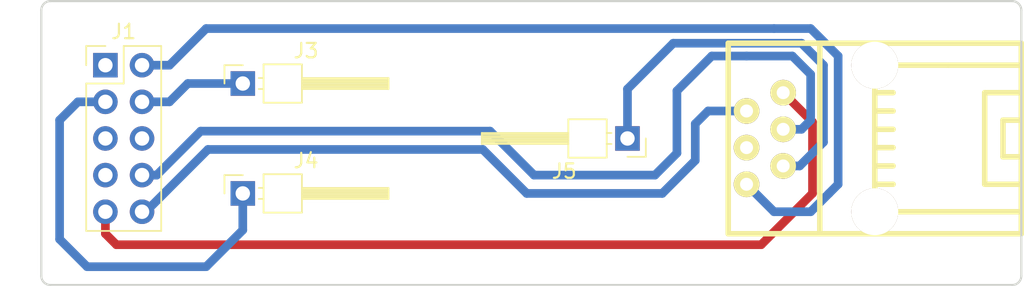
<source format=kicad_pcb>
(kicad_pcb (version 4) (host pcbnew 4.0.7)

  (general
    (links 8)
    (no_connects 1)
    (area 0 0 0 0)
    (thickness 1.6)
    (drawings 8)
    (tracks 56)
    (zones 0)
    (modules 5)
    (nets 9)
  )

  (page A4)
  (layers
    (0 F.Cu signal)
    (31 B.Cu signal)
    (32 B.Adhes user)
    (33 F.Adhes user)
    (34 B.Paste user)
    (35 F.Paste user)
    (36 B.SilkS user)
    (37 F.SilkS user)
    (38 B.Mask user)
    (39 F.Mask user)
    (40 Dwgs.User user)
    (41 Cmts.User user)
    (42 Eco1.User user)
    (43 Eco2.User user)
    (44 Edge.Cuts user)
    (45 Margin user)
    (46 B.CrtYd user)
    (47 F.CrtYd user)
    (48 B.Fab user)
    (49 F.Fab user)
  )

  (setup
    (last_trace_width 0.6)
    (trace_clearance 0.2)
    (zone_clearance 0.508)
    (zone_45_only no)
    (trace_min 0.2)
    (segment_width 0.2)
    (edge_width 0.15)
    (via_size 0.6)
    (via_drill 0.4)
    (via_min_size 0.4)
    (via_min_drill 0.3)
    (uvia_size 0.3)
    (uvia_drill 0.1)
    (uvias_allowed no)
    (uvia_min_size 0.2)
    (uvia_min_drill 0.1)
    (pcb_text_width 0.3)
    (pcb_text_size 1.5 1.5)
    (mod_edge_width 0.15)
    (mod_text_size 1 1)
    (mod_text_width 0.15)
    (pad_size 3.2512 3.2512)
    (pad_drill 3.2512)
    (pad_to_mask_clearance 0.2)
    (aux_axis_origin 0 0)
    (visible_elements FFFFF77F)
    (pcbplotparams
      (layerselection 0x00030_80000001)
      (usegerberextensions false)
      (excludeedgelayer true)
      (linewidth 0.100000)
      (plotframeref false)
      (viasonmask false)
      (mode 1)
      (useauxorigin false)
      (hpglpennumber 1)
      (hpglpenspeed 20)
      (hpglpendiameter 15)
      (hpglpenoverlay 2)
      (psnegative false)
      (psa4output false)
      (plotreference true)
      (plotvalue true)
      (plotinvisibletext false)
      (padsonsilk false)
      (subtractmaskfromsilk false)
      (outputformat 1)
      (mirror false)
      (drillshape 1)
      (scaleselection 1)
      (outputdirectory ""))
  )

  (net 0 "")
  (net 1 /MCLR)
  (net 2 +5V)
  (net 3 +3V3)
  (net 4 GND)
  (net 5 /PDT)
  (net 6 /PDB)
  (net 7 /PCK)
  (net 8 /ALIM)

  (net_class Default "Ceci est la Netclass par défaut"
    (clearance 0.2)
    (trace_width 0.6)
    (via_dia 0.6)
    (via_drill 0.4)
    (uvia_dia 0.3)
    (uvia_drill 0.1)
    (add_net +3V3)
    (add_net +5V)
    (add_net /ALIM)
    (add_net /MCLR)
    (add_net /PCK)
    (add_net /PDB)
    (add_net /PDT)
    (add_net GND)
  )

  (module Pin_Headers:Pin_Header_Straight_2x05_Pitch2.54mm (layer F.Cu) (tedit 59650532) (tstamp 5AD8D689)
    (at 132.08 100.33)
    (descr "Through hole straight pin header, 2x05, 2.54mm pitch, double rows")
    (tags "Through hole pin header THT 2x05 2.54mm double row")
    (path /5ACCB023)
    (fp_text reference J1 (at 1.27 -2.33) (layer F.SilkS)
      (effects (font (size 1 1) (thickness 0.15)))
    )
    (fp_text value "Connecteur côté carte" (at 1.27 12.49) (layer F.Fab)
      (effects (font (size 1 1) (thickness 0.15)))
    )
    (fp_line (start 0 -1.27) (end 3.81 -1.27) (layer F.Fab) (width 0.1))
    (fp_line (start 3.81 -1.27) (end 3.81 11.43) (layer F.Fab) (width 0.1))
    (fp_line (start 3.81 11.43) (end -1.27 11.43) (layer F.Fab) (width 0.1))
    (fp_line (start -1.27 11.43) (end -1.27 0) (layer F.Fab) (width 0.1))
    (fp_line (start -1.27 0) (end 0 -1.27) (layer F.Fab) (width 0.1))
    (fp_line (start -1.33 11.49) (end 3.87 11.49) (layer F.SilkS) (width 0.12))
    (fp_line (start -1.33 1.27) (end -1.33 11.49) (layer F.SilkS) (width 0.12))
    (fp_line (start 3.87 -1.33) (end 3.87 11.49) (layer F.SilkS) (width 0.12))
    (fp_line (start -1.33 1.27) (end 1.27 1.27) (layer F.SilkS) (width 0.12))
    (fp_line (start 1.27 1.27) (end 1.27 -1.33) (layer F.SilkS) (width 0.12))
    (fp_line (start 1.27 -1.33) (end 3.87 -1.33) (layer F.SilkS) (width 0.12))
    (fp_line (start -1.33 0) (end -1.33 -1.33) (layer F.SilkS) (width 0.12))
    (fp_line (start -1.33 -1.33) (end 0 -1.33) (layer F.SilkS) (width 0.12))
    (fp_line (start -1.8 -1.8) (end -1.8 11.95) (layer F.CrtYd) (width 0.05))
    (fp_line (start -1.8 11.95) (end 4.35 11.95) (layer F.CrtYd) (width 0.05))
    (fp_line (start 4.35 11.95) (end 4.35 -1.8) (layer F.CrtYd) (width 0.05))
    (fp_line (start 4.35 -1.8) (end -1.8 -1.8) (layer F.CrtYd) (width 0.05))
    (fp_text user %R (at 1.27 5.08 90) (layer F.Fab)
      (effects (font (size 1 1) (thickness 0.15)))
    )
    (pad 1 thru_hole rect (at 0 0) (size 1.7 1.7) (drill 1) (layers *.Cu *.Mask))
    (pad 2 thru_hole oval (at 2.54 0) (size 1.7 1.7) (drill 1) (layers *.Cu *.Mask)
      (net 1 /MCLR))
    (pad 3 thru_hole oval (at 0 2.54) (size 1.7 1.7) (drill 1) (layers *.Cu *.Mask)
      (net 2 +5V))
    (pad 4 thru_hole oval (at 2.54 2.54) (size 1.7 1.7) (drill 1) (layers *.Cu *.Mask)
      (net 3 +3V3))
    (pad 5 thru_hole oval (at 0 5.08) (size 1.7 1.7) (drill 1) (layers *.Cu *.Mask))
    (pad 6 thru_hole oval (at 2.54 5.08) (size 1.7 1.7) (drill 1) (layers *.Cu *.Mask)
      (net 4 GND))
    (pad 7 thru_hole oval (at 0 7.62) (size 1.7 1.7) (drill 1) (layers *.Cu *.Mask))
    (pad 8 thru_hole oval (at 2.54 7.62) (size 1.7 1.7) (drill 1) (layers *.Cu *.Mask)
      (net 5 /PDT))
    (pad 9 thru_hole oval (at 0 10.16) (size 1.7 1.7) (drill 1) (layers *.Cu *.Mask)
      (net 6 /PDB))
    (pad 10 thru_hole oval (at 2.54 10.16) (size 1.7 1.7) (drill 1) (layers *.Cu *.Mask)
      (net 7 /PCK))
    (model ${KISYS3DMOD}/Pin_Headers.3dshapes/Pin_Header_Straight_2x05_Pitch2.54mm.wrl
      (at (xyz 0 0 0))
      (scale (xyz 1 1 1))
      (rotate (xyz 0 0 0))
    )
  )

  (module Pin_Headers:Pin_Header_Angled_1x01_Pitch2.54mm (layer F.Cu) (tedit 59650532) (tstamp 5AF973C7)
    (at 141.605 101.6)
    (descr "Through hole angled pin header, 1x01, 2.54mm pitch, 6mm pin length, single row")
    (tags "Through hole angled pin header THT 1x01 2.54mm single row")
    (path /5ACCC3E3)
    (fp_text reference J3 (at 4.385 -2.27) (layer F.SilkS)
      (effects (font (size 1 1) (thickness 0.15)))
    )
    (fp_text value 3.3V (at 4.385 2.27) (layer F.Fab)
      (effects (font (size 1 1) (thickness 0.15)))
    )
    (fp_line (start 2.135 -1.27) (end 4.04 -1.27) (layer F.Fab) (width 0.1))
    (fp_line (start 4.04 -1.27) (end 4.04 1.27) (layer F.Fab) (width 0.1))
    (fp_line (start 4.04 1.27) (end 1.5 1.27) (layer F.Fab) (width 0.1))
    (fp_line (start 1.5 1.27) (end 1.5 -0.635) (layer F.Fab) (width 0.1))
    (fp_line (start 1.5 -0.635) (end 2.135 -1.27) (layer F.Fab) (width 0.1))
    (fp_line (start -0.32 -0.32) (end 1.5 -0.32) (layer F.Fab) (width 0.1))
    (fp_line (start -0.32 -0.32) (end -0.32 0.32) (layer F.Fab) (width 0.1))
    (fp_line (start -0.32 0.32) (end 1.5 0.32) (layer F.Fab) (width 0.1))
    (fp_line (start 4.04 -0.32) (end 10.04 -0.32) (layer F.Fab) (width 0.1))
    (fp_line (start 10.04 -0.32) (end 10.04 0.32) (layer F.Fab) (width 0.1))
    (fp_line (start 4.04 0.32) (end 10.04 0.32) (layer F.Fab) (width 0.1))
    (fp_line (start 1.44 -1.33) (end 1.44 1.33) (layer F.SilkS) (width 0.12))
    (fp_line (start 1.44 1.33) (end 4.1 1.33) (layer F.SilkS) (width 0.12))
    (fp_line (start 4.1 1.33) (end 4.1 -1.33) (layer F.SilkS) (width 0.12))
    (fp_line (start 4.1 -1.33) (end 1.44 -1.33) (layer F.SilkS) (width 0.12))
    (fp_line (start 4.1 -0.38) (end 10.1 -0.38) (layer F.SilkS) (width 0.12))
    (fp_line (start 10.1 -0.38) (end 10.1 0.38) (layer F.SilkS) (width 0.12))
    (fp_line (start 10.1 0.38) (end 4.1 0.38) (layer F.SilkS) (width 0.12))
    (fp_line (start 4.1 -0.32) (end 10.1 -0.32) (layer F.SilkS) (width 0.12))
    (fp_line (start 4.1 -0.2) (end 10.1 -0.2) (layer F.SilkS) (width 0.12))
    (fp_line (start 4.1 -0.08) (end 10.1 -0.08) (layer F.SilkS) (width 0.12))
    (fp_line (start 4.1 0.04) (end 10.1 0.04) (layer F.SilkS) (width 0.12))
    (fp_line (start 4.1 0.16) (end 10.1 0.16) (layer F.SilkS) (width 0.12))
    (fp_line (start 4.1 0.28) (end 10.1 0.28) (layer F.SilkS) (width 0.12))
    (fp_line (start 1.11 -0.38) (end 1.44 -0.38) (layer F.SilkS) (width 0.12))
    (fp_line (start 1.11 0.38) (end 1.44 0.38) (layer F.SilkS) (width 0.12))
    (fp_line (start -1.27 0) (end -1.27 -1.27) (layer F.SilkS) (width 0.12))
    (fp_line (start -1.27 -1.27) (end 0 -1.27) (layer F.SilkS) (width 0.12))
    (fp_line (start -1.8 -1.8) (end -1.8 1.8) (layer F.CrtYd) (width 0.05))
    (fp_line (start -1.8 1.8) (end 10.55 1.8) (layer F.CrtYd) (width 0.05))
    (fp_line (start 10.55 1.8) (end 10.55 -1.8) (layer F.CrtYd) (width 0.05))
    (fp_line (start 10.55 -1.8) (end -1.8 -1.8) (layer F.CrtYd) (width 0.05))
    (fp_text user %R (at 2.77 0 90) (layer F.Fab)
      (effects (font (size 1 1) (thickness 0.15)))
    )
    (pad 1 thru_hole rect (at 0 0) (size 1.7 1.7) (drill 1) (layers *.Cu *.Mask)
      (net 3 +3V3))
    (model ${KISYS3DMOD}/Pin_Headers.3dshapes/Pin_Header_Angled_1x01_Pitch2.54mm.wrl
      (at (xyz 0 0 0))
      (scale (xyz 1 1 1))
      (rotate (xyz 0 0 0))
    )
  )

  (module Pin_Headers:Pin_Header_Angled_1x01_Pitch2.54mm (layer F.Cu) (tedit 59650532) (tstamp 5AF973ED)
    (at 141.605 109.22)
    (descr "Through hole angled pin header, 1x01, 2.54mm pitch, 6mm pin length, single row")
    (tags "Through hole angled pin header THT 1x01 2.54mm single row")
    (path /5ACCC434)
    (fp_text reference J4 (at 4.385 -2.27) (layer F.SilkS)
      (effects (font (size 1 1) (thickness 0.15)))
    )
    (fp_text value 5V (at 4.385 2.27) (layer F.Fab)
      (effects (font (size 1 1) (thickness 0.15)))
    )
    (fp_line (start 2.135 -1.27) (end 4.04 -1.27) (layer F.Fab) (width 0.1))
    (fp_line (start 4.04 -1.27) (end 4.04 1.27) (layer F.Fab) (width 0.1))
    (fp_line (start 4.04 1.27) (end 1.5 1.27) (layer F.Fab) (width 0.1))
    (fp_line (start 1.5 1.27) (end 1.5 -0.635) (layer F.Fab) (width 0.1))
    (fp_line (start 1.5 -0.635) (end 2.135 -1.27) (layer F.Fab) (width 0.1))
    (fp_line (start -0.32 -0.32) (end 1.5 -0.32) (layer F.Fab) (width 0.1))
    (fp_line (start -0.32 -0.32) (end -0.32 0.32) (layer F.Fab) (width 0.1))
    (fp_line (start -0.32 0.32) (end 1.5 0.32) (layer F.Fab) (width 0.1))
    (fp_line (start 4.04 -0.32) (end 10.04 -0.32) (layer F.Fab) (width 0.1))
    (fp_line (start 10.04 -0.32) (end 10.04 0.32) (layer F.Fab) (width 0.1))
    (fp_line (start 4.04 0.32) (end 10.04 0.32) (layer F.Fab) (width 0.1))
    (fp_line (start 1.44 -1.33) (end 1.44 1.33) (layer F.SilkS) (width 0.12))
    (fp_line (start 1.44 1.33) (end 4.1 1.33) (layer F.SilkS) (width 0.12))
    (fp_line (start 4.1 1.33) (end 4.1 -1.33) (layer F.SilkS) (width 0.12))
    (fp_line (start 4.1 -1.33) (end 1.44 -1.33) (layer F.SilkS) (width 0.12))
    (fp_line (start 4.1 -0.38) (end 10.1 -0.38) (layer F.SilkS) (width 0.12))
    (fp_line (start 10.1 -0.38) (end 10.1 0.38) (layer F.SilkS) (width 0.12))
    (fp_line (start 10.1 0.38) (end 4.1 0.38) (layer F.SilkS) (width 0.12))
    (fp_line (start 4.1 -0.32) (end 10.1 -0.32) (layer F.SilkS) (width 0.12))
    (fp_line (start 4.1 -0.2) (end 10.1 -0.2) (layer F.SilkS) (width 0.12))
    (fp_line (start 4.1 -0.08) (end 10.1 -0.08) (layer F.SilkS) (width 0.12))
    (fp_line (start 4.1 0.04) (end 10.1 0.04) (layer F.SilkS) (width 0.12))
    (fp_line (start 4.1 0.16) (end 10.1 0.16) (layer F.SilkS) (width 0.12))
    (fp_line (start 4.1 0.28) (end 10.1 0.28) (layer F.SilkS) (width 0.12))
    (fp_line (start 1.11 -0.38) (end 1.44 -0.38) (layer F.SilkS) (width 0.12))
    (fp_line (start 1.11 0.38) (end 1.44 0.38) (layer F.SilkS) (width 0.12))
    (fp_line (start -1.27 0) (end -1.27 -1.27) (layer F.SilkS) (width 0.12))
    (fp_line (start -1.27 -1.27) (end 0 -1.27) (layer F.SilkS) (width 0.12))
    (fp_line (start -1.8 -1.8) (end -1.8 1.8) (layer F.CrtYd) (width 0.05))
    (fp_line (start -1.8 1.8) (end 10.55 1.8) (layer F.CrtYd) (width 0.05))
    (fp_line (start 10.55 1.8) (end 10.55 -1.8) (layer F.CrtYd) (width 0.05))
    (fp_line (start 10.55 -1.8) (end -1.8 -1.8) (layer F.CrtYd) (width 0.05))
    (fp_text user %R (at 2.77 0 90) (layer F.Fab)
      (effects (font (size 1 1) (thickness 0.15)))
    )
    (pad 1 thru_hole rect (at 0 0) (size 1.7 1.7) (drill 1) (layers *.Cu *.Mask)
      (net 2 +5V))
    (model ${KISYS3DMOD}/Pin_Headers.3dshapes/Pin_Header_Angled_1x01_Pitch2.54mm.wrl
      (at (xyz 0 0 0))
      (scale (xyz 1 1 1))
      (rotate (xyz 0 0 0))
    )
  )

  (module Pin_Headers:Pin_Header_Angled_1x01_Pitch2.54mm (layer F.Cu) (tedit 59650532) (tstamp 5AF97413)
    (at 168.275 105.41 180)
    (descr "Through hole angled pin header, 1x01, 2.54mm pitch, 6mm pin length, single row")
    (tags "Through hole angled pin header THT 1x01 2.54mm single row")
    (path /5ACCC65D)
    (fp_text reference J5 (at 4.385 -2.27 180) (layer F.SilkS)
      (effects (font (size 1 1) (thickness 0.15)))
    )
    (fp_text value ALIM (at 4.385 2.27 180) (layer F.Fab)
      (effects (font (size 1 1) (thickness 0.15)))
    )
    (fp_line (start 2.135 -1.27) (end 4.04 -1.27) (layer F.Fab) (width 0.1))
    (fp_line (start 4.04 -1.27) (end 4.04 1.27) (layer F.Fab) (width 0.1))
    (fp_line (start 4.04 1.27) (end 1.5 1.27) (layer F.Fab) (width 0.1))
    (fp_line (start 1.5 1.27) (end 1.5 -0.635) (layer F.Fab) (width 0.1))
    (fp_line (start 1.5 -0.635) (end 2.135 -1.27) (layer F.Fab) (width 0.1))
    (fp_line (start -0.32 -0.32) (end 1.5 -0.32) (layer F.Fab) (width 0.1))
    (fp_line (start -0.32 -0.32) (end -0.32 0.32) (layer F.Fab) (width 0.1))
    (fp_line (start -0.32 0.32) (end 1.5 0.32) (layer F.Fab) (width 0.1))
    (fp_line (start 4.04 -0.32) (end 10.04 -0.32) (layer F.Fab) (width 0.1))
    (fp_line (start 10.04 -0.32) (end 10.04 0.32) (layer F.Fab) (width 0.1))
    (fp_line (start 4.04 0.32) (end 10.04 0.32) (layer F.Fab) (width 0.1))
    (fp_line (start 1.44 -1.33) (end 1.44 1.33) (layer F.SilkS) (width 0.12))
    (fp_line (start 1.44 1.33) (end 4.1 1.33) (layer F.SilkS) (width 0.12))
    (fp_line (start 4.1 1.33) (end 4.1 -1.33) (layer F.SilkS) (width 0.12))
    (fp_line (start 4.1 -1.33) (end 1.44 -1.33) (layer F.SilkS) (width 0.12))
    (fp_line (start 4.1 -0.38) (end 10.1 -0.38) (layer F.SilkS) (width 0.12))
    (fp_line (start 10.1 -0.38) (end 10.1 0.38) (layer F.SilkS) (width 0.12))
    (fp_line (start 10.1 0.38) (end 4.1 0.38) (layer F.SilkS) (width 0.12))
    (fp_line (start 4.1 -0.32) (end 10.1 -0.32) (layer F.SilkS) (width 0.12))
    (fp_line (start 4.1 -0.2) (end 10.1 -0.2) (layer F.SilkS) (width 0.12))
    (fp_line (start 4.1 -0.08) (end 10.1 -0.08) (layer F.SilkS) (width 0.12))
    (fp_line (start 4.1 0.04) (end 10.1 0.04) (layer F.SilkS) (width 0.12))
    (fp_line (start 4.1 0.16) (end 10.1 0.16) (layer F.SilkS) (width 0.12))
    (fp_line (start 4.1 0.28) (end 10.1 0.28) (layer F.SilkS) (width 0.12))
    (fp_line (start 1.11 -0.38) (end 1.44 -0.38) (layer F.SilkS) (width 0.12))
    (fp_line (start 1.11 0.38) (end 1.44 0.38) (layer F.SilkS) (width 0.12))
    (fp_line (start -1.27 0) (end -1.27 -1.27) (layer F.SilkS) (width 0.12))
    (fp_line (start -1.27 -1.27) (end 0 -1.27) (layer F.SilkS) (width 0.12))
    (fp_line (start -1.8 -1.8) (end -1.8 1.8) (layer F.CrtYd) (width 0.05))
    (fp_line (start -1.8 1.8) (end 10.55 1.8) (layer F.CrtYd) (width 0.05))
    (fp_line (start 10.55 1.8) (end 10.55 -1.8) (layer F.CrtYd) (width 0.05))
    (fp_line (start 10.55 -1.8) (end -1.8 -1.8) (layer F.CrtYd) (width 0.05))
    (fp_text user %R (at 2.77 0 270) (layer F.Fab)
      (effects (font (size 1 1) (thickness 0.15)))
    )
    (pad 1 thru_hole rect (at 0 0 180) (size 1.7 1.7) (drill 1) (layers *.Cu *.Mask)
      (net 8 /ALIM))
    (model ${KISYS3DMOD}/Pin_Headers.3dshapes/Pin_Header_Angled_1x01_Pitch2.54mm.wrl
      (at (xyz 0 0 0))
      (scale (xyz 1 1 1))
      (rotate (xyz 0 0 0))
    )
  )

  (module RJ12:RJ12 (layer F.Cu) (tedit 5ACCC198) (tstamp 5AF97568)
    (at 185.42 105.41 270)
    (path /5AB67FFB)
    (fp_text reference J2 (at 1.27 0 360) (layer F.SilkS) hide
      (effects (font (thickness 0.3048)))
    )
    (fp_text value "RJ12 - Côté ordinateur" (at -1.27 -3.81 360) (layer F.SilkS) hide
      (effects (font (thickness 0.3048)))
    )
    (fp_line (start -6.604 3.81) (end 6.604 3.81) (layer F.SilkS) (width 0.381))
    (fp_line (start -6.604 10.16) (end -6.604 -10.16) (layer F.SilkS) (width 0.381))
    (fp_line (start -6.604 10.16) (end 6.604 10.16) (layer F.SilkS) (width 0.381))
    (fp_line (start 6.604 10.16) (end 6.604 -10.16) (layer F.SilkS) (width 0.381))
    (fp_line (start 6.604 -10.16) (end -6.604 -10.16) (layer F.SilkS) (width 0.381))
    (fp_line (start -3.175 -10.16) (end -3.175 -7.62) (layer F.SilkS) (width 0.381))
    (fp_line (start -3.175 -7.62) (end 3.175 -7.62) (layer F.SilkS) (width 0.381))
    (fp_line (start 3.175 -7.62) (end 3.175 -10.16) (layer F.SilkS) (width 0.381))
    (fp_line (start -5.08 -5.08) (end -5.08 0) (layer F.SilkS) (width 0.381))
    (fp_line (start 5.08 -5.08) (end 5.08 0) (layer F.SilkS) (width 0.381))
    (fp_line (start 3.175 0) (end 3.175 -1.27) (layer F.SilkS) (width 0.381))
    (fp_line (start -3.175 0) (end -3.175 -1.27) (layer F.SilkS) (width 0.381))
    (fp_line (start -1.905 0) (end -1.905 -1.27) (layer F.SilkS) (width 0.381))
    (fp_line (start -0.635 0) (end -0.635 -1.27) (layer F.SilkS) (width 0.381))
    (fp_line (start 1.905 0) (end 1.905 -1.27) (layer F.SilkS) (width 0.381))
    (fp_line (start 0.635 0) (end 0.635 -1.27) (layer F.SilkS) (width 0.381))
    (fp_line (start -5.08 -10.16) (end -5.08 -5.08) (layer F.SilkS) (width 0.381))
    (fp_line (start -5.08 0) (end 3.81 0) (layer F.SilkS) (width 0.381))
    (fp_line (start 3.81 0) (end 5.08 0) (layer F.SilkS) (width 0.381))
    (fp_line (start 5.08 -5.08) (end 5.08 -10.16) (layer F.SilkS) (width 0.381))
    (fp_line (start -1.27 -10.16) (end -1.27 -8.89) (layer F.SilkS) (width 0.381))
    (fp_line (start -1.27 -8.89) (end 1.27 -8.89) (layer F.SilkS) (width 0.381))
    (fp_line (start 1.27 -8.89) (end 1.27 -10.16) (layer F.SilkS) (width 0.381))
    (pad 6 thru_hole circle (at -3.175 6.35 270) (size 1.778 1.778) (drill 0.89916) (layers *.Cu *.Mask F.SilkS)
      (net 6 /PDB))
    (pad 4 thru_hole circle (at -0.635 6.35 270) (size 1.778 1.778) (drill 0.89916) (layers *.Cu *.Mask F.SilkS)
      (net 5 /PDT))
    (pad 2 thru_hole circle (at 1.905 6.35 270) (size 1.778 1.778) (drill 0.89916) (layers *.Cu *.Mask F.SilkS)
      (net 8 /ALIM))
    (pad 5 thru_hole circle (at -1.905 8.89 270) (size 1.778 1.778) (drill 0.89916) (layers *.Cu *.Mask F.SilkS)
      (net 7 /PCK))
    (pad 3 thru_hole circle (at 0.635 8.89 270) (size 1.778 1.778) (drill 0.89916) (layers *.Cu *.Mask F.SilkS)
      (net 4 GND))
    (pad 1 thru_hole circle (at 3.175 8.89 270) (size 1.778 1.778) (drill 0.89916) (layers *.Cu *.Mask F.SilkS)
      (net 1 /MCLR))
    (pad 8 thru_hole circle (at -5.08 0 270) (size 3.2512 3.2512) (drill 3.2512) (layers *.Cu *.Mask F.SilkS))
    (pad 7 thru_hole circle (at 5.08 0 270) (size 3.2512 3.2512) (drill 3.2512) (layers *.Cu *.Mask F.SilkS))
    (model conn_misc\molex_6p6c.wrl
      (at (xyz 0 0 0))
      (scale (xyz 1 1 1))
      (rotate (xyz 0 0 180))
    )
  )

  (gr_line (start 127.635 114.935) (end 127.635 96.52) (angle 90) (layer Edge.Cuts) (width 0.15))
  (gr_arc (start 128.27 114.935) (end 128.27 115.57) (angle 90) (layer Edge.Cuts) (width 0.15))
  (gr_line (start 194.945 115.57) (end 128.27 115.57) (angle 90) (layer Edge.Cuts) (width 0.15))
  (gr_arc (start 128.27 96.52) (end 127.635 96.52) (angle 90) (layer Edge.Cuts) (width 0.15))
  (gr_line (start 194.945 95.885) (end 128.27 95.885) (angle 90) (layer Edge.Cuts) (width 0.15))
  (gr_line (start 195.58 114.935) (end 195.58 96.52) (angle 90) (layer Edge.Cuts) (width 0.15))
  (gr_arc (start 194.945 114.935) (end 195.58 114.935) (angle 90) (layer Edge.Cuts) (width 0.15))
  (gr_arc (start 194.945 96.52) (end 194.945 95.885) (angle 90) (layer Edge.Cuts) (width 0.15))

  (segment (start 178.435 97.79) (end 180.975 97.79) (width 0.6) (layer B.Cu) (net 1))
  (segment (start 182.88 108.585) (end 182.245 109.22) (width 0.6) (layer B.Cu) (net 1) (tstamp 5AF978AA))
  (segment (start 182.88 99.695) (end 182.88 108.585) (width 0.6) (layer B.Cu) (net 1) (tstamp 5AF978A9))
  (segment (start 180.975 97.79) (end 182.88 99.695) (width 0.6) (layer B.Cu) (net 1) (tstamp 5AF978A8))
  (segment (start 134.62 100.33) (end 136.525 100.33) (width 0.6) (layer B.Cu) (net 1) (status 400000))
  (segment (start 178.435 110.49) (end 176.53 108.585) (width 0.6) (layer B.Cu) (net 1) (tstamp 5AF9788B) (status 800000))
  (segment (start 182.245 109.22) (end 180.975 110.49) (width 0.6) (layer B.Cu) (net 1) (tstamp 5AF97889))
  (segment (start 180.975 110.49) (end 178.435 110.49) (width 0.6) (layer B.Cu) (net 1) (tstamp 5AF9788A))
  (segment (start 139.065 97.79) (end 178.435 97.79) (width 0.6) (layer B.Cu) (net 1) (tstamp 5AF97883))
  (segment (start 136.525 100.33) (end 139.065 97.79) (width 0.6) (layer B.Cu) (net 1) (tstamp 5AF97882))
  (segment (start 132.08 102.87) (end 130.175 102.87) (width 0.6) (layer B.Cu) (net 2) (status 400000))
  (segment (start 141.605 111.76) (end 141.605 109.22) (width 0.6) (layer B.Cu) (net 2) (tstamp 5AF97894) (status 800000))
  (segment (start 139.065 114.3) (end 141.605 111.76) (width 0.6) (layer B.Cu) (net 2) (tstamp 5AF97892))
  (segment (start 130.81 114.3) (end 139.065 114.3) (width 0.6) (layer B.Cu) (net 2) (tstamp 5AF97891))
  (segment (start 128.905 112.395) (end 130.81 114.3) (width 0.6) (layer B.Cu) (net 2) (tstamp 5AF97890))
  (segment (start 128.905 104.14) (end 128.905 112.395) (width 0.6) (layer B.Cu) (net 2) (tstamp 5AF9788F))
  (segment (start 130.175 102.87) (end 128.905 104.14) (width 0.6) (layer B.Cu) (net 2) (tstamp 5AF9788E))
  (segment (start 134.62 102.87) (end 136.525 102.87) (width 0.6) (layer B.Cu) (net 3) (status 400000))
  (segment (start 137.795 101.6) (end 141.605 101.6) (width 0.6) (layer B.Cu) (net 3) (tstamp 5AF9787F) (status 800000))
  (segment (start 136.525 102.87) (end 137.795 101.6) (width 0.6) (layer B.Cu) (net 3) (tstamp 5AF9787E))
  (segment (start 134.62 107.95) (end 135.636 107.95) (width 0.6) (layer B.Cu) (net 5) (status 400000))
  (segment (start 158.75 104.902) (end 161.798 107.95) (width 0.6) (layer B.Cu) (net 5) (tstamp 5AF978D4))
  (segment (start 138.684 104.902) (end 158.75 104.902) (width 0.6) (layer B.Cu) (net 5) (tstamp 5AF978D2))
  (segment (start 135.636 107.95) (end 138.684 104.902) (width 0.6) (layer B.Cu) (net 5) (tstamp 5AF978D1))
  (segment (start 171.704 106.426) (end 171.704 102.108) (width 0.6) (layer B.Cu) (net 5))
  (segment (start 174.117 99.695) (end 176.53 99.695) (width 0.6) (layer B.Cu) (net 5) (tstamp 5AF978CD))
  (segment (start 171.704 102.108) (end 174.117 99.695) (width 0.6) (layer B.Cu) (net 5) (tstamp 5AF978CC))
  (segment (start 176.53 99.695) (end 179.705 99.695) (width 0.6) (layer B.Cu) (net 5) (tstamp 5AF978B6))
  (segment (start 179.705 99.695) (end 180.975 100.965) (width 0.6) (layer B.Cu) (net 5) (tstamp 5AF978BA))
  (segment (start 180.975 100.965) (end 180.975 104.14) (width 0.6) (layer B.Cu) (net 5) (tstamp 5AF978A1))
  (segment (start 180.975 104.14) (end 180.34 104.775) (width 0.6) (layer B.Cu) (net 5) (tstamp 5AF978A2))
  (segment (start 180.34 104.775) (end 179.07 104.775) (width 0.6) (layer B.Cu) (net 5) (tstamp 5AF978A3) (status 800000))
  (segment (start 170.18 107.95) (end 171.704 106.426) (width 0.6) (layer B.Cu) (net 5) (tstamp 5AF978B1))
  (segment (start 161.798 107.95) (end 170.18 107.95) (width 0.6) (layer B.Cu) (net 5) (tstamp 5AF978D8))
  (segment (start 132.08 110.49) (end 132.08 112.014) (width 0.6) (layer F.Cu) (net 6) (status 400000))
  (segment (start 181.102 104.267) (end 179.07 102.235) (width 0.6) (layer F.Cu) (net 6) (tstamp 5AF978FB) (status 800000))
  (segment (start 181.102 109.22) (end 181.102 104.267) (width 0.6) (layer F.Cu) (net 6) (tstamp 5AF978F9))
  (segment (start 177.546 112.776) (end 181.102 109.22) (width 0.6) (layer F.Cu) (net 6) (tstamp 5AF978F7))
  (segment (start 132.842 112.776) (end 177.546 112.776) (width 0.6) (layer F.Cu) (net 6) (tstamp 5AF978F6))
  (segment (start 132.08 112.014) (end 132.842 112.776) (width 0.6) (layer F.Cu) (net 6) (tstamp 5AF978F5))
  (segment (start 134.62 110.49) (end 134.874 110.49) (width 0.6) (layer B.Cu) (net 7) (status C00000))
  (segment (start 134.874 110.49) (end 139.192 106.172) (width 0.6) (layer B.Cu) (net 7) (tstamp 5AF978DA) (status 400000))
  (segment (start 139.192 106.172) (end 158.242 106.172) (width 0.6) (layer B.Cu) (net 7) (tstamp 5AF978DB))
  (segment (start 158.242 106.172) (end 161.29 109.22) (width 0.6) (layer B.Cu) (net 7) (tstamp 5AF978DD))
  (segment (start 161.29 109.22) (end 170.688 109.22) (width 0.6) (layer B.Cu) (net 7) (tstamp 5AF978DE))
  (segment (start 170.688 109.22) (end 172.974 106.934) (width 0.6) (layer B.Cu) (net 7) (tstamp 5AF978E0))
  (segment (start 172.974 106.934) (end 172.974 104.394) (width 0.6) (layer B.Cu) (net 7) (tstamp 5AF978E1))
  (segment (start 172.974 104.394) (end 173.863 103.505) (width 0.6) (layer B.Cu) (net 7) (tstamp 5AF978E2))
  (segment (start 173.863 103.505) (end 176.53 103.505) (width 0.6) (layer B.Cu) (net 7) (tstamp 5AF978E3) (status 800000))
  (segment (start 179.07 107.315) (end 180.213 107.315) (width 0.6) (layer B.Cu) (net 8) (status 400000))
  (segment (start 168.275 101.981) (end 168.275 105.41) (width 0.6) (layer B.Cu) (net 8) (tstamp 5AF978C6) (status 800000))
  (segment (start 171.45 98.806) (end 168.275 101.981) (width 0.6) (layer B.Cu) (net 8) (tstamp 5AF978C4))
  (segment (start 180.34 98.806) (end 171.45 98.806) (width 0.6) (layer B.Cu) (net 8) (tstamp 5AF978C3))
  (segment (start 181.864 100.33) (end 180.34 98.806) (width 0.6) (layer B.Cu) (net 8) (tstamp 5AF978C2))
  (segment (start 181.864 105.664) (end 181.864 100.33) (width 0.6) (layer B.Cu) (net 8) (tstamp 5AF978C1))
  (segment (start 180.213 107.315) (end 181.864 105.664) (width 0.6) (layer B.Cu) (net 8) (tstamp 5AF978C0))

)

</source>
